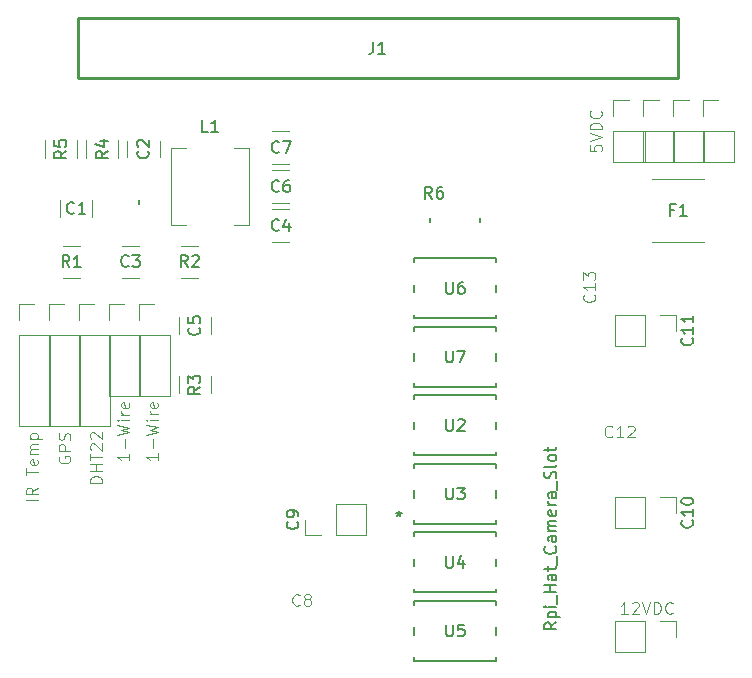
<source format=gbr>
%TF.GenerationSoftware,KiCad,Pcbnew,8.0.2*%
%TF.CreationDate,2024-06-08T15:50:05-05:00*%
%TF.ProjectId,kstars-ekos-smd,6b737461-7273-42d6-956b-6f732d736d64,rev?*%
%TF.SameCoordinates,Original*%
%TF.FileFunction,Legend,Top*%
%TF.FilePolarity,Positive*%
%FSLAX46Y46*%
G04 Gerber Fmt 4.6, Leading zero omitted, Abs format (unit mm)*
G04 Created by KiCad (PCBNEW 8.0.2) date 2024-06-08 15:50:05*
%MOMM*%
%LPD*%
G01*
G04 APERTURE LIST*
%ADD10C,0.100000*%
%ADD11C,0.150000*%
%ADD12C,0.152400*%
%ADD13C,0.120000*%
%ADD14C,0.254000*%
G04 APERTURE END LIST*
D10*
X153948819Y-113767952D02*
X153948819Y-114339380D01*
X153948819Y-114053666D02*
X152948819Y-114053666D01*
X152948819Y-114053666D02*
X153091676Y-114148904D01*
X153091676Y-114148904D02*
X153186914Y-114244142D01*
X153186914Y-114244142D02*
X153234533Y-114339380D01*
X153567866Y-113339380D02*
X153567866Y-112577476D01*
X152948819Y-112196523D02*
X153948819Y-111958428D01*
X153948819Y-111958428D02*
X153234533Y-111767952D01*
X153234533Y-111767952D02*
X153948819Y-111577476D01*
X153948819Y-111577476D02*
X152948819Y-111339381D01*
X153948819Y-110958428D02*
X153282152Y-110958428D01*
X152948819Y-110958428D02*
X152996438Y-111006047D01*
X152996438Y-111006047D02*
X153044057Y-110958428D01*
X153044057Y-110958428D02*
X152996438Y-110910809D01*
X152996438Y-110910809D02*
X152948819Y-110958428D01*
X152948819Y-110958428D02*
X153044057Y-110958428D01*
X153948819Y-110482238D02*
X153282152Y-110482238D01*
X153472628Y-110482238D02*
X153377390Y-110434619D01*
X153377390Y-110434619D02*
X153329771Y-110387000D01*
X153329771Y-110387000D02*
X153282152Y-110291762D01*
X153282152Y-110291762D02*
X153282152Y-110196524D01*
X153901200Y-109482238D02*
X153948819Y-109577476D01*
X153948819Y-109577476D02*
X153948819Y-109767952D01*
X153948819Y-109767952D02*
X153901200Y-109863190D01*
X153901200Y-109863190D02*
X153805961Y-109910809D01*
X153805961Y-109910809D02*
X153425009Y-109910809D01*
X153425009Y-109910809D02*
X153329771Y-109863190D01*
X153329771Y-109863190D02*
X153282152Y-109767952D01*
X153282152Y-109767952D02*
X153282152Y-109577476D01*
X153282152Y-109577476D02*
X153329771Y-109482238D01*
X153329771Y-109482238D02*
X153425009Y-109434619D01*
X153425009Y-109434619D02*
X153520247Y-109434619D01*
X153520247Y-109434619D02*
X153615485Y-109910809D01*
X145579638Y-114049085D02*
X145532019Y-114144323D01*
X145532019Y-114144323D02*
X145532019Y-114287180D01*
X145532019Y-114287180D02*
X145579638Y-114430037D01*
X145579638Y-114430037D02*
X145674876Y-114525275D01*
X145674876Y-114525275D02*
X145770114Y-114572894D01*
X145770114Y-114572894D02*
X145960590Y-114620513D01*
X145960590Y-114620513D02*
X146103447Y-114620513D01*
X146103447Y-114620513D02*
X146293923Y-114572894D01*
X146293923Y-114572894D02*
X146389161Y-114525275D01*
X146389161Y-114525275D02*
X146484400Y-114430037D01*
X146484400Y-114430037D02*
X146532019Y-114287180D01*
X146532019Y-114287180D02*
X146532019Y-114191942D01*
X146532019Y-114191942D02*
X146484400Y-114049085D01*
X146484400Y-114049085D02*
X146436780Y-114001466D01*
X146436780Y-114001466D02*
X146103447Y-114001466D01*
X146103447Y-114001466D02*
X146103447Y-114191942D01*
X146532019Y-113572894D02*
X145532019Y-113572894D01*
X145532019Y-113572894D02*
X145532019Y-113191942D01*
X145532019Y-113191942D02*
X145579638Y-113096704D01*
X145579638Y-113096704D02*
X145627257Y-113049085D01*
X145627257Y-113049085D02*
X145722495Y-113001466D01*
X145722495Y-113001466D02*
X145865352Y-113001466D01*
X145865352Y-113001466D02*
X145960590Y-113049085D01*
X145960590Y-113049085D02*
X146008209Y-113096704D01*
X146008209Y-113096704D02*
X146055828Y-113191942D01*
X146055828Y-113191942D02*
X146055828Y-113572894D01*
X146484400Y-112620513D02*
X146532019Y-112477656D01*
X146532019Y-112477656D02*
X146532019Y-112239561D01*
X146532019Y-112239561D02*
X146484400Y-112144323D01*
X146484400Y-112144323D02*
X146436780Y-112096704D01*
X146436780Y-112096704D02*
X146341542Y-112049085D01*
X146341542Y-112049085D02*
X146246304Y-112049085D01*
X146246304Y-112049085D02*
X146151066Y-112096704D01*
X146151066Y-112096704D02*
X146103447Y-112144323D01*
X146103447Y-112144323D02*
X146055828Y-112239561D01*
X146055828Y-112239561D02*
X146008209Y-112430037D01*
X146008209Y-112430037D02*
X145960590Y-112525275D01*
X145960590Y-112525275D02*
X145912971Y-112572894D01*
X145912971Y-112572894D02*
X145817733Y-112620513D01*
X145817733Y-112620513D02*
X145722495Y-112620513D01*
X145722495Y-112620513D02*
X145627257Y-112572894D01*
X145627257Y-112572894D02*
X145579638Y-112525275D01*
X145579638Y-112525275D02*
X145532019Y-112430037D01*
X145532019Y-112430037D02*
X145532019Y-112191942D01*
X145532019Y-112191942D02*
X145579638Y-112049085D01*
X190515419Y-87677476D02*
X190515419Y-88153666D01*
X190515419Y-88153666D02*
X190991609Y-88201285D01*
X190991609Y-88201285D02*
X190943990Y-88153666D01*
X190943990Y-88153666D02*
X190896371Y-88058428D01*
X190896371Y-88058428D02*
X190896371Y-87820333D01*
X190896371Y-87820333D02*
X190943990Y-87725095D01*
X190943990Y-87725095D02*
X190991609Y-87677476D01*
X190991609Y-87677476D02*
X191086847Y-87629857D01*
X191086847Y-87629857D02*
X191324942Y-87629857D01*
X191324942Y-87629857D02*
X191420180Y-87677476D01*
X191420180Y-87677476D02*
X191467800Y-87725095D01*
X191467800Y-87725095D02*
X191515419Y-87820333D01*
X191515419Y-87820333D02*
X191515419Y-88058428D01*
X191515419Y-88058428D02*
X191467800Y-88153666D01*
X191467800Y-88153666D02*
X191420180Y-88201285D01*
X190515419Y-87344142D02*
X191515419Y-87010809D01*
X191515419Y-87010809D02*
X190515419Y-86677476D01*
X191515419Y-86344142D02*
X190515419Y-86344142D01*
X190515419Y-86344142D02*
X190515419Y-86106047D01*
X190515419Y-86106047D02*
X190563038Y-85963190D01*
X190563038Y-85963190D02*
X190658276Y-85867952D01*
X190658276Y-85867952D02*
X190753514Y-85820333D01*
X190753514Y-85820333D02*
X190943990Y-85772714D01*
X190943990Y-85772714D02*
X191086847Y-85772714D01*
X191086847Y-85772714D02*
X191277323Y-85820333D01*
X191277323Y-85820333D02*
X191372561Y-85867952D01*
X191372561Y-85867952D02*
X191467800Y-85963190D01*
X191467800Y-85963190D02*
X191515419Y-86106047D01*
X191515419Y-86106047D02*
X191515419Y-86344142D01*
X191420180Y-84772714D02*
X191467800Y-84820333D01*
X191467800Y-84820333D02*
X191515419Y-84963190D01*
X191515419Y-84963190D02*
X191515419Y-85058428D01*
X191515419Y-85058428D02*
X191467800Y-85201285D01*
X191467800Y-85201285D02*
X191372561Y-85296523D01*
X191372561Y-85296523D02*
X191277323Y-85344142D01*
X191277323Y-85344142D02*
X191086847Y-85391761D01*
X191086847Y-85391761D02*
X190943990Y-85391761D01*
X190943990Y-85391761D02*
X190753514Y-85344142D01*
X190753514Y-85344142D02*
X190658276Y-85296523D01*
X190658276Y-85296523D02*
X190563038Y-85201285D01*
X190563038Y-85201285D02*
X190515419Y-85058428D01*
X190515419Y-85058428D02*
X190515419Y-84963190D01*
X190515419Y-84963190D02*
X190563038Y-84820333D01*
X190563038Y-84820333D02*
X190610657Y-84772714D01*
X149199019Y-116266647D02*
X148199019Y-116266647D01*
X148199019Y-116266647D02*
X148199019Y-116028552D01*
X148199019Y-116028552D02*
X148246638Y-115885695D01*
X148246638Y-115885695D02*
X148341876Y-115790457D01*
X148341876Y-115790457D02*
X148437114Y-115742838D01*
X148437114Y-115742838D02*
X148627590Y-115695219D01*
X148627590Y-115695219D02*
X148770447Y-115695219D01*
X148770447Y-115695219D02*
X148960923Y-115742838D01*
X148960923Y-115742838D02*
X149056161Y-115790457D01*
X149056161Y-115790457D02*
X149151400Y-115885695D01*
X149151400Y-115885695D02*
X149199019Y-116028552D01*
X149199019Y-116028552D02*
X149199019Y-116266647D01*
X149199019Y-115266647D02*
X148199019Y-115266647D01*
X148675209Y-115266647D02*
X148675209Y-114695219D01*
X149199019Y-114695219D02*
X148199019Y-114695219D01*
X148199019Y-114361885D02*
X148199019Y-113790457D01*
X149199019Y-114076171D02*
X148199019Y-114076171D01*
X148294257Y-113504742D02*
X148246638Y-113457123D01*
X148246638Y-113457123D02*
X148199019Y-113361885D01*
X148199019Y-113361885D02*
X148199019Y-113123790D01*
X148199019Y-113123790D02*
X148246638Y-113028552D01*
X148246638Y-113028552D02*
X148294257Y-112980933D01*
X148294257Y-112980933D02*
X148389495Y-112933314D01*
X148389495Y-112933314D02*
X148484733Y-112933314D01*
X148484733Y-112933314D02*
X148627590Y-112980933D01*
X148627590Y-112980933D02*
X149199019Y-113552361D01*
X149199019Y-113552361D02*
X149199019Y-112933314D01*
X148294257Y-112552361D02*
X148246638Y-112504742D01*
X148246638Y-112504742D02*
X148199019Y-112409504D01*
X148199019Y-112409504D02*
X148199019Y-112171409D01*
X148199019Y-112171409D02*
X148246638Y-112076171D01*
X148246638Y-112076171D02*
X148294257Y-112028552D01*
X148294257Y-112028552D02*
X148389495Y-111980933D01*
X148389495Y-111980933D02*
X148484733Y-111980933D01*
X148484733Y-111980933D02*
X148627590Y-112028552D01*
X148627590Y-112028552D02*
X149199019Y-112599980D01*
X149199019Y-112599980D02*
X149199019Y-111980933D01*
X151510419Y-113793352D02*
X151510419Y-114364780D01*
X151510419Y-114079066D02*
X150510419Y-114079066D01*
X150510419Y-114079066D02*
X150653276Y-114174304D01*
X150653276Y-114174304D02*
X150748514Y-114269542D01*
X150748514Y-114269542D02*
X150796133Y-114364780D01*
X151129466Y-113364780D02*
X151129466Y-112602876D01*
X150510419Y-112221923D02*
X151510419Y-111983828D01*
X151510419Y-111983828D02*
X150796133Y-111793352D01*
X150796133Y-111793352D02*
X151510419Y-111602876D01*
X151510419Y-111602876D02*
X150510419Y-111364781D01*
X151510419Y-110983828D02*
X150843752Y-110983828D01*
X150510419Y-110983828D02*
X150558038Y-111031447D01*
X150558038Y-111031447D02*
X150605657Y-110983828D01*
X150605657Y-110983828D02*
X150558038Y-110936209D01*
X150558038Y-110936209D02*
X150510419Y-110983828D01*
X150510419Y-110983828D02*
X150605657Y-110983828D01*
X151510419Y-110507638D02*
X150843752Y-110507638D01*
X151034228Y-110507638D02*
X150938990Y-110460019D01*
X150938990Y-110460019D02*
X150891371Y-110412400D01*
X150891371Y-110412400D02*
X150843752Y-110317162D01*
X150843752Y-110317162D02*
X150843752Y-110221924D01*
X151462800Y-109507638D02*
X151510419Y-109602876D01*
X151510419Y-109602876D02*
X151510419Y-109793352D01*
X151510419Y-109793352D02*
X151462800Y-109888590D01*
X151462800Y-109888590D02*
X151367561Y-109936209D01*
X151367561Y-109936209D02*
X150986609Y-109936209D01*
X150986609Y-109936209D02*
X150891371Y-109888590D01*
X150891371Y-109888590D02*
X150843752Y-109793352D01*
X150843752Y-109793352D02*
X150843752Y-109602876D01*
X150843752Y-109602876D02*
X150891371Y-109507638D01*
X150891371Y-109507638D02*
X150986609Y-109460019D01*
X150986609Y-109460019D02*
X151081847Y-109460019D01*
X151081847Y-109460019D02*
X151177085Y-109936209D01*
X193706952Y-127380419D02*
X193135524Y-127380419D01*
X193421238Y-127380419D02*
X193421238Y-126380419D01*
X193421238Y-126380419D02*
X193326000Y-126523276D01*
X193326000Y-126523276D02*
X193230762Y-126618514D01*
X193230762Y-126618514D02*
X193135524Y-126666133D01*
X194087905Y-126475657D02*
X194135524Y-126428038D01*
X194135524Y-126428038D02*
X194230762Y-126380419D01*
X194230762Y-126380419D02*
X194468857Y-126380419D01*
X194468857Y-126380419D02*
X194564095Y-126428038D01*
X194564095Y-126428038D02*
X194611714Y-126475657D01*
X194611714Y-126475657D02*
X194659333Y-126570895D01*
X194659333Y-126570895D02*
X194659333Y-126666133D01*
X194659333Y-126666133D02*
X194611714Y-126808990D01*
X194611714Y-126808990D02*
X194040286Y-127380419D01*
X194040286Y-127380419D02*
X194659333Y-127380419D01*
X194945048Y-126380419D02*
X195278381Y-127380419D01*
X195278381Y-127380419D02*
X195611714Y-126380419D01*
X195945048Y-127380419D02*
X195945048Y-126380419D01*
X195945048Y-126380419D02*
X196183143Y-126380419D01*
X196183143Y-126380419D02*
X196326000Y-126428038D01*
X196326000Y-126428038D02*
X196421238Y-126523276D01*
X196421238Y-126523276D02*
X196468857Y-126618514D01*
X196468857Y-126618514D02*
X196516476Y-126808990D01*
X196516476Y-126808990D02*
X196516476Y-126951847D01*
X196516476Y-126951847D02*
X196468857Y-127142323D01*
X196468857Y-127142323D02*
X196421238Y-127237561D01*
X196421238Y-127237561D02*
X196326000Y-127332800D01*
X196326000Y-127332800D02*
X196183143Y-127380419D01*
X196183143Y-127380419D02*
X195945048Y-127380419D01*
X197516476Y-127285180D02*
X197468857Y-127332800D01*
X197468857Y-127332800D02*
X197326000Y-127380419D01*
X197326000Y-127380419D02*
X197230762Y-127380419D01*
X197230762Y-127380419D02*
X197087905Y-127332800D01*
X197087905Y-127332800D02*
X196992667Y-127237561D01*
X196992667Y-127237561D02*
X196945048Y-127142323D01*
X196945048Y-127142323D02*
X196897429Y-126951847D01*
X196897429Y-126951847D02*
X196897429Y-126808990D01*
X196897429Y-126808990D02*
X196945048Y-126618514D01*
X196945048Y-126618514D02*
X196992667Y-126523276D01*
X196992667Y-126523276D02*
X197087905Y-126428038D01*
X197087905Y-126428038D02*
X197230762Y-126380419D01*
X197230762Y-126380419D02*
X197326000Y-126380419D01*
X197326000Y-126380419D02*
X197468857Y-126428038D01*
X197468857Y-126428038D02*
X197516476Y-126475657D01*
X143788819Y-117719123D02*
X142788819Y-117719123D01*
X143788819Y-116671505D02*
X143312628Y-117004838D01*
X143788819Y-117242933D02*
X142788819Y-117242933D01*
X142788819Y-117242933D02*
X142788819Y-116861981D01*
X142788819Y-116861981D02*
X142836438Y-116766743D01*
X142836438Y-116766743D02*
X142884057Y-116719124D01*
X142884057Y-116719124D02*
X142979295Y-116671505D01*
X142979295Y-116671505D02*
X143122152Y-116671505D01*
X143122152Y-116671505D02*
X143217390Y-116719124D01*
X143217390Y-116719124D02*
X143265009Y-116766743D01*
X143265009Y-116766743D02*
X143312628Y-116861981D01*
X143312628Y-116861981D02*
X143312628Y-117242933D01*
X142788819Y-115623885D02*
X142788819Y-115052457D01*
X143788819Y-115338171D02*
X142788819Y-115338171D01*
X143741200Y-114338171D02*
X143788819Y-114433409D01*
X143788819Y-114433409D02*
X143788819Y-114623885D01*
X143788819Y-114623885D02*
X143741200Y-114719123D01*
X143741200Y-114719123D02*
X143645961Y-114766742D01*
X143645961Y-114766742D02*
X143265009Y-114766742D01*
X143265009Y-114766742D02*
X143169771Y-114719123D01*
X143169771Y-114719123D02*
X143122152Y-114623885D01*
X143122152Y-114623885D02*
X143122152Y-114433409D01*
X143122152Y-114433409D02*
X143169771Y-114338171D01*
X143169771Y-114338171D02*
X143265009Y-114290552D01*
X143265009Y-114290552D02*
X143360247Y-114290552D01*
X143360247Y-114290552D02*
X143455485Y-114766742D01*
X143788819Y-113861980D02*
X143122152Y-113861980D01*
X143217390Y-113861980D02*
X143169771Y-113814361D01*
X143169771Y-113814361D02*
X143122152Y-113719123D01*
X143122152Y-113719123D02*
X143122152Y-113576266D01*
X143122152Y-113576266D02*
X143169771Y-113481028D01*
X143169771Y-113481028D02*
X143265009Y-113433409D01*
X143265009Y-113433409D02*
X143788819Y-113433409D01*
X143265009Y-113433409D02*
X143169771Y-113385790D01*
X143169771Y-113385790D02*
X143122152Y-113290552D01*
X143122152Y-113290552D02*
X143122152Y-113147695D01*
X143122152Y-113147695D02*
X143169771Y-113052456D01*
X143169771Y-113052456D02*
X143265009Y-113004837D01*
X143265009Y-113004837D02*
X143788819Y-113004837D01*
X143122152Y-112528647D02*
X144122152Y-112528647D01*
X143169771Y-112528647D02*
X143122152Y-112433409D01*
X143122152Y-112433409D02*
X143122152Y-112242933D01*
X143122152Y-112242933D02*
X143169771Y-112147695D01*
X143169771Y-112147695D02*
X143217390Y-112100076D01*
X143217390Y-112100076D02*
X143312628Y-112052457D01*
X143312628Y-112052457D02*
X143598342Y-112052457D01*
X143598342Y-112052457D02*
X143693580Y-112100076D01*
X143693580Y-112100076D02*
X143741200Y-112147695D01*
X143741200Y-112147695D02*
X143788819Y-112242933D01*
X143788819Y-112242933D02*
X143788819Y-112433409D01*
X143788819Y-112433409D02*
X143741200Y-112528647D01*
D11*
X178338095Y-110868419D02*
X178338095Y-111677942D01*
X178338095Y-111677942D02*
X178385714Y-111773180D01*
X178385714Y-111773180D02*
X178433333Y-111820800D01*
X178433333Y-111820800D02*
X178528571Y-111868419D01*
X178528571Y-111868419D02*
X178719047Y-111868419D01*
X178719047Y-111868419D02*
X178814285Y-111820800D01*
X178814285Y-111820800D02*
X178861904Y-111773180D01*
X178861904Y-111773180D02*
X178909523Y-111677942D01*
X178909523Y-111677942D02*
X178909523Y-110868419D01*
X179338095Y-110963657D02*
X179385714Y-110916038D01*
X179385714Y-110916038D02*
X179480952Y-110868419D01*
X179480952Y-110868419D02*
X179719047Y-110868419D01*
X179719047Y-110868419D02*
X179814285Y-110916038D01*
X179814285Y-110916038D02*
X179861904Y-110963657D01*
X179861904Y-110963657D02*
X179909523Y-111058895D01*
X179909523Y-111058895D02*
X179909523Y-111154133D01*
X179909523Y-111154133D02*
X179861904Y-111296990D01*
X179861904Y-111296990D02*
X179290476Y-111868419D01*
X179290476Y-111868419D02*
X179909523Y-111868419D01*
X178338095Y-116668419D02*
X178338095Y-117477942D01*
X178338095Y-117477942D02*
X178385714Y-117573180D01*
X178385714Y-117573180D02*
X178433333Y-117620800D01*
X178433333Y-117620800D02*
X178528571Y-117668419D01*
X178528571Y-117668419D02*
X178719047Y-117668419D01*
X178719047Y-117668419D02*
X178814285Y-117620800D01*
X178814285Y-117620800D02*
X178861904Y-117573180D01*
X178861904Y-117573180D02*
X178909523Y-117477942D01*
X178909523Y-117477942D02*
X178909523Y-116668419D01*
X179290476Y-116668419D02*
X179909523Y-116668419D01*
X179909523Y-116668419D02*
X179576190Y-117049371D01*
X179576190Y-117049371D02*
X179719047Y-117049371D01*
X179719047Y-117049371D02*
X179814285Y-117096990D01*
X179814285Y-117096990D02*
X179861904Y-117144609D01*
X179861904Y-117144609D02*
X179909523Y-117239847D01*
X179909523Y-117239847D02*
X179909523Y-117477942D01*
X179909523Y-117477942D02*
X179861904Y-117573180D01*
X179861904Y-117573180D02*
X179814285Y-117620800D01*
X179814285Y-117620800D02*
X179719047Y-117668419D01*
X179719047Y-117668419D02*
X179433333Y-117668419D01*
X179433333Y-117668419D02*
X179338095Y-117620800D01*
X179338095Y-117620800D02*
X179290476Y-117573180D01*
X178338095Y-128268419D02*
X178338095Y-129077942D01*
X178338095Y-129077942D02*
X178385714Y-129173180D01*
X178385714Y-129173180D02*
X178433333Y-129220800D01*
X178433333Y-129220800D02*
X178528571Y-129268419D01*
X178528571Y-129268419D02*
X178719047Y-129268419D01*
X178719047Y-129268419D02*
X178814285Y-129220800D01*
X178814285Y-129220800D02*
X178861904Y-129173180D01*
X178861904Y-129173180D02*
X178909523Y-129077942D01*
X178909523Y-129077942D02*
X178909523Y-128268419D01*
X179861904Y-128268419D02*
X179385714Y-128268419D01*
X179385714Y-128268419D02*
X179338095Y-128744609D01*
X179338095Y-128744609D02*
X179385714Y-128696990D01*
X179385714Y-128696990D02*
X179480952Y-128649371D01*
X179480952Y-128649371D02*
X179719047Y-128649371D01*
X179719047Y-128649371D02*
X179814285Y-128696990D01*
X179814285Y-128696990D02*
X179861904Y-128744609D01*
X179861904Y-128744609D02*
X179909523Y-128839847D01*
X179909523Y-128839847D02*
X179909523Y-129077942D01*
X179909523Y-129077942D02*
X179861904Y-129173180D01*
X179861904Y-129173180D02*
X179814285Y-129220800D01*
X179814285Y-129220800D02*
X179719047Y-129268419D01*
X179719047Y-129268419D02*
X179480952Y-129268419D01*
X179480952Y-129268419D02*
X179385714Y-129220800D01*
X179385714Y-129220800D02*
X179338095Y-129173180D01*
X178338095Y-99268419D02*
X178338095Y-100077942D01*
X178338095Y-100077942D02*
X178385714Y-100173180D01*
X178385714Y-100173180D02*
X178433333Y-100220800D01*
X178433333Y-100220800D02*
X178528571Y-100268419D01*
X178528571Y-100268419D02*
X178719047Y-100268419D01*
X178719047Y-100268419D02*
X178814285Y-100220800D01*
X178814285Y-100220800D02*
X178861904Y-100173180D01*
X178861904Y-100173180D02*
X178909523Y-100077942D01*
X178909523Y-100077942D02*
X178909523Y-99268419D01*
X179814285Y-99268419D02*
X179623809Y-99268419D01*
X179623809Y-99268419D02*
X179528571Y-99316038D01*
X179528571Y-99316038D02*
X179480952Y-99363657D01*
X179480952Y-99363657D02*
X179385714Y-99506514D01*
X179385714Y-99506514D02*
X179338095Y-99696990D01*
X179338095Y-99696990D02*
X179338095Y-100077942D01*
X179338095Y-100077942D02*
X179385714Y-100173180D01*
X179385714Y-100173180D02*
X179433333Y-100220800D01*
X179433333Y-100220800D02*
X179528571Y-100268419D01*
X179528571Y-100268419D02*
X179719047Y-100268419D01*
X179719047Y-100268419D02*
X179814285Y-100220800D01*
X179814285Y-100220800D02*
X179861904Y-100173180D01*
X179861904Y-100173180D02*
X179909523Y-100077942D01*
X179909523Y-100077942D02*
X179909523Y-99839847D01*
X179909523Y-99839847D02*
X179861904Y-99744609D01*
X179861904Y-99744609D02*
X179814285Y-99696990D01*
X179814285Y-99696990D02*
X179719047Y-99649371D01*
X179719047Y-99649371D02*
X179528571Y-99649371D01*
X179528571Y-99649371D02*
X179433333Y-99696990D01*
X179433333Y-99696990D02*
X179385714Y-99744609D01*
X179385714Y-99744609D02*
X179338095Y-99839847D01*
X164185333Y-94845580D02*
X164137714Y-94893200D01*
X164137714Y-94893200D02*
X163994857Y-94940819D01*
X163994857Y-94940819D02*
X163899619Y-94940819D01*
X163899619Y-94940819D02*
X163756762Y-94893200D01*
X163756762Y-94893200D02*
X163661524Y-94797961D01*
X163661524Y-94797961D02*
X163613905Y-94702723D01*
X163613905Y-94702723D02*
X163566286Y-94512247D01*
X163566286Y-94512247D02*
X163566286Y-94369390D01*
X163566286Y-94369390D02*
X163613905Y-94178914D01*
X163613905Y-94178914D02*
X163661524Y-94083676D01*
X163661524Y-94083676D02*
X163756762Y-93988438D01*
X163756762Y-93988438D02*
X163899619Y-93940819D01*
X163899619Y-93940819D02*
X163994857Y-93940819D01*
X163994857Y-93940819D02*
X164137714Y-93988438D01*
X164137714Y-93988438D02*
X164185333Y-94036057D01*
X165042476Y-94274152D02*
X165042476Y-94940819D01*
X164804381Y-93893200D02*
X164566286Y-94607485D01*
X164566286Y-94607485D02*
X165185333Y-94607485D01*
X146452813Y-98001819D02*
X146119480Y-97525628D01*
X145881385Y-98001819D02*
X145881385Y-97001819D01*
X145881385Y-97001819D02*
X146262337Y-97001819D01*
X146262337Y-97001819D02*
X146357575Y-97049438D01*
X146357575Y-97049438D02*
X146405194Y-97097057D01*
X146405194Y-97097057D02*
X146452813Y-97192295D01*
X146452813Y-97192295D02*
X146452813Y-97335152D01*
X146452813Y-97335152D02*
X146405194Y-97430390D01*
X146405194Y-97430390D02*
X146357575Y-97478009D01*
X146357575Y-97478009D02*
X146262337Y-97525628D01*
X146262337Y-97525628D02*
X145881385Y-97525628D01*
X147405194Y-98001819D02*
X146833766Y-98001819D01*
X147119480Y-98001819D02*
X147119480Y-97001819D01*
X147119480Y-97001819D02*
X147024242Y-97144676D01*
X147024242Y-97144676D02*
X146929004Y-97239914D01*
X146929004Y-97239914D02*
X146833766Y-97287533D01*
X165743580Y-119566666D02*
X165791200Y-119614285D01*
X165791200Y-119614285D02*
X165838819Y-119757142D01*
X165838819Y-119757142D02*
X165838819Y-119852380D01*
X165838819Y-119852380D02*
X165791200Y-119995237D01*
X165791200Y-119995237D02*
X165695961Y-120090475D01*
X165695961Y-120090475D02*
X165600723Y-120138094D01*
X165600723Y-120138094D02*
X165410247Y-120185713D01*
X165410247Y-120185713D02*
X165267390Y-120185713D01*
X165267390Y-120185713D02*
X165076914Y-120138094D01*
X165076914Y-120138094D02*
X164981676Y-120090475D01*
X164981676Y-120090475D02*
X164886438Y-119995237D01*
X164886438Y-119995237D02*
X164838819Y-119852380D01*
X164838819Y-119852380D02*
X164838819Y-119757142D01*
X164838819Y-119757142D02*
X164886438Y-119614285D01*
X164886438Y-119614285D02*
X164934057Y-119566666D01*
X165838819Y-119090475D02*
X165838819Y-118899999D01*
X165838819Y-118899999D02*
X165791200Y-118804761D01*
X165791200Y-118804761D02*
X165743580Y-118757142D01*
X165743580Y-118757142D02*
X165600723Y-118661904D01*
X165600723Y-118661904D02*
X165410247Y-118614285D01*
X165410247Y-118614285D02*
X165029295Y-118614285D01*
X165029295Y-118614285D02*
X164934057Y-118661904D01*
X164934057Y-118661904D02*
X164886438Y-118709523D01*
X164886438Y-118709523D02*
X164838819Y-118804761D01*
X164838819Y-118804761D02*
X164838819Y-118995237D01*
X164838819Y-118995237D02*
X164886438Y-119090475D01*
X164886438Y-119090475D02*
X164934057Y-119138094D01*
X164934057Y-119138094D02*
X165029295Y-119185713D01*
X165029295Y-119185713D02*
X165267390Y-119185713D01*
X165267390Y-119185713D02*
X165362628Y-119138094D01*
X165362628Y-119138094D02*
X165410247Y-119090475D01*
X165410247Y-119090475D02*
X165457866Y-118995237D01*
X165457866Y-118995237D02*
X165457866Y-118804761D01*
X165457866Y-118804761D02*
X165410247Y-118709523D01*
X165410247Y-118709523D02*
X165362628Y-118661904D01*
X165362628Y-118661904D02*
X165267390Y-118614285D01*
X199163580Y-104020857D02*
X199211200Y-104068476D01*
X199211200Y-104068476D02*
X199258819Y-104211333D01*
X199258819Y-104211333D02*
X199258819Y-104306571D01*
X199258819Y-104306571D02*
X199211200Y-104449428D01*
X199211200Y-104449428D02*
X199115961Y-104544666D01*
X199115961Y-104544666D02*
X199020723Y-104592285D01*
X199020723Y-104592285D02*
X198830247Y-104639904D01*
X198830247Y-104639904D02*
X198687390Y-104639904D01*
X198687390Y-104639904D02*
X198496914Y-104592285D01*
X198496914Y-104592285D02*
X198401676Y-104544666D01*
X198401676Y-104544666D02*
X198306438Y-104449428D01*
X198306438Y-104449428D02*
X198258819Y-104306571D01*
X198258819Y-104306571D02*
X198258819Y-104211333D01*
X198258819Y-104211333D02*
X198306438Y-104068476D01*
X198306438Y-104068476D02*
X198354057Y-104020857D01*
X199258819Y-103068476D02*
X199258819Y-103639904D01*
X199258819Y-103354190D02*
X198258819Y-103354190D01*
X198258819Y-103354190D02*
X198401676Y-103449428D01*
X198401676Y-103449428D02*
X198496914Y-103544666D01*
X198496914Y-103544666D02*
X198544533Y-103639904D01*
X199258819Y-102116095D02*
X199258819Y-102687523D01*
X199258819Y-102401809D02*
X198258819Y-102401809D01*
X198258819Y-102401809D02*
X198401676Y-102497047D01*
X198401676Y-102497047D02*
X198496914Y-102592285D01*
X198496914Y-102592285D02*
X198544533Y-102687523D01*
X158185333Y-86560819D02*
X157709143Y-86560819D01*
X157709143Y-86560819D02*
X157709143Y-85560819D01*
X159042476Y-86560819D02*
X158471048Y-86560819D01*
X158756762Y-86560819D02*
X158756762Y-85560819D01*
X158756762Y-85560819D02*
X158661524Y-85703676D01*
X158661524Y-85703676D02*
X158566286Y-85798914D01*
X158566286Y-85798914D02*
X158471048Y-85846533D01*
X199163580Y-119442857D02*
X199211200Y-119490476D01*
X199211200Y-119490476D02*
X199258819Y-119633333D01*
X199258819Y-119633333D02*
X199258819Y-119728571D01*
X199258819Y-119728571D02*
X199211200Y-119871428D01*
X199211200Y-119871428D02*
X199115961Y-119966666D01*
X199115961Y-119966666D02*
X199020723Y-120014285D01*
X199020723Y-120014285D02*
X198830247Y-120061904D01*
X198830247Y-120061904D02*
X198687390Y-120061904D01*
X198687390Y-120061904D02*
X198496914Y-120014285D01*
X198496914Y-120014285D02*
X198401676Y-119966666D01*
X198401676Y-119966666D02*
X198306438Y-119871428D01*
X198306438Y-119871428D02*
X198258819Y-119728571D01*
X198258819Y-119728571D02*
X198258819Y-119633333D01*
X198258819Y-119633333D02*
X198306438Y-119490476D01*
X198306438Y-119490476D02*
X198354057Y-119442857D01*
X199258819Y-118490476D02*
X199258819Y-119061904D01*
X199258819Y-118776190D02*
X198258819Y-118776190D01*
X198258819Y-118776190D02*
X198401676Y-118871428D01*
X198401676Y-118871428D02*
X198496914Y-118966666D01*
X198496914Y-118966666D02*
X198544533Y-119061904D01*
X198258819Y-117871428D02*
X198258819Y-117776190D01*
X198258819Y-117776190D02*
X198306438Y-117680952D01*
X198306438Y-117680952D02*
X198354057Y-117633333D01*
X198354057Y-117633333D02*
X198449295Y-117585714D01*
X198449295Y-117585714D02*
X198639771Y-117538095D01*
X198639771Y-117538095D02*
X198877866Y-117538095D01*
X198877866Y-117538095D02*
X199068342Y-117585714D01*
X199068342Y-117585714D02*
X199163580Y-117633333D01*
X199163580Y-117633333D02*
X199211200Y-117680952D01*
X199211200Y-117680952D02*
X199258819Y-117776190D01*
X199258819Y-117776190D02*
X199258819Y-117871428D01*
X199258819Y-117871428D02*
X199211200Y-117966666D01*
X199211200Y-117966666D02*
X199163580Y-118014285D01*
X199163580Y-118014285D02*
X199068342Y-118061904D01*
X199068342Y-118061904D02*
X198877866Y-118109523D01*
X198877866Y-118109523D02*
X198639771Y-118109523D01*
X198639771Y-118109523D02*
X198449295Y-118061904D01*
X198449295Y-118061904D02*
X198354057Y-118014285D01*
X198354057Y-118014285D02*
X198306438Y-117966666D01*
X198306438Y-117966666D02*
X198258819Y-117871428D01*
X164185333Y-91545580D02*
X164137714Y-91593200D01*
X164137714Y-91593200D02*
X163994857Y-91640819D01*
X163994857Y-91640819D02*
X163899619Y-91640819D01*
X163899619Y-91640819D02*
X163756762Y-91593200D01*
X163756762Y-91593200D02*
X163661524Y-91497961D01*
X163661524Y-91497961D02*
X163613905Y-91402723D01*
X163613905Y-91402723D02*
X163566286Y-91212247D01*
X163566286Y-91212247D02*
X163566286Y-91069390D01*
X163566286Y-91069390D02*
X163613905Y-90878914D01*
X163613905Y-90878914D02*
X163661524Y-90783676D01*
X163661524Y-90783676D02*
X163756762Y-90688438D01*
X163756762Y-90688438D02*
X163899619Y-90640819D01*
X163899619Y-90640819D02*
X163994857Y-90640819D01*
X163994857Y-90640819D02*
X164137714Y-90688438D01*
X164137714Y-90688438D02*
X164185333Y-90736057D01*
X165042476Y-90640819D02*
X164852000Y-90640819D01*
X164852000Y-90640819D02*
X164756762Y-90688438D01*
X164756762Y-90688438D02*
X164709143Y-90736057D01*
X164709143Y-90736057D02*
X164613905Y-90878914D01*
X164613905Y-90878914D02*
X164566286Y-91069390D01*
X164566286Y-91069390D02*
X164566286Y-91450342D01*
X164566286Y-91450342D02*
X164613905Y-91545580D01*
X164613905Y-91545580D02*
X164661524Y-91593200D01*
X164661524Y-91593200D02*
X164756762Y-91640819D01*
X164756762Y-91640819D02*
X164947238Y-91640819D01*
X164947238Y-91640819D02*
X165042476Y-91593200D01*
X165042476Y-91593200D02*
X165090095Y-91545580D01*
X165090095Y-91545580D02*
X165137714Y-91450342D01*
X165137714Y-91450342D02*
X165137714Y-91212247D01*
X165137714Y-91212247D02*
X165090095Y-91117009D01*
X165090095Y-91117009D02*
X165042476Y-91069390D01*
X165042476Y-91069390D02*
X164947238Y-91021771D01*
X164947238Y-91021771D02*
X164756762Y-91021771D01*
X164756762Y-91021771D02*
X164661524Y-91069390D01*
X164661524Y-91069390D02*
X164613905Y-91117009D01*
X164613905Y-91117009D02*
X164566286Y-91212247D01*
X153085580Y-88178466D02*
X153133200Y-88226085D01*
X153133200Y-88226085D02*
X153180819Y-88368942D01*
X153180819Y-88368942D02*
X153180819Y-88464180D01*
X153180819Y-88464180D02*
X153133200Y-88607037D01*
X153133200Y-88607037D02*
X153037961Y-88702275D01*
X153037961Y-88702275D02*
X152942723Y-88749894D01*
X152942723Y-88749894D02*
X152752247Y-88797513D01*
X152752247Y-88797513D02*
X152609390Y-88797513D01*
X152609390Y-88797513D02*
X152418914Y-88749894D01*
X152418914Y-88749894D02*
X152323676Y-88702275D01*
X152323676Y-88702275D02*
X152228438Y-88607037D01*
X152228438Y-88607037D02*
X152180819Y-88464180D01*
X152180819Y-88464180D02*
X152180819Y-88368942D01*
X152180819Y-88368942D02*
X152228438Y-88226085D01*
X152228438Y-88226085D02*
X152276057Y-88178466D01*
X152276057Y-87797513D02*
X152228438Y-87749894D01*
X152228438Y-87749894D02*
X152180819Y-87654656D01*
X152180819Y-87654656D02*
X152180819Y-87416561D01*
X152180819Y-87416561D02*
X152228438Y-87321323D01*
X152228438Y-87321323D02*
X152276057Y-87273704D01*
X152276057Y-87273704D02*
X152371295Y-87226085D01*
X152371295Y-87226085D02*
X152466533Y-87226085D01*
X152466533Y-87226085D02*
X152609390Y-87273704D01*
X152609390Y-87273704D02*
X153180819Y-87845132D01*
X153180819Y-87845132D02*
X153180819Y-87226085D01*
D10*
X192397142Y-112325380D02*
X192349523Y-112373000D01*
X192349523Y-112373000D02*
X192206666Y-112420619D01*
X192206666Y-112420619D02*
X192111428Y-112420619D01*
X192111428Y-112420619D02*
X191968571Y-112373000D01*
X191968571Y-112373000D02*
X191873333Y-112277761D01*
X191873333Y-112277761D02*
X191825714Y-112182523D01*
X191825714Y-112182523D02*
X191778095Y-111992047D01*
X191778095Y-111992047D02*
X191778095Y-111849190D01*
X191778095Y-111849190D02*
X191825714Y-111658714D01*
X191825714Y-111658714D02*
X191873333Y-111563476D01*
X191873333Y-111563476D02*
X191968571Y-111468238D01*
X191968571Y-111468238D02*
X192111428Y-111420619D01*
X192111428Y-111420619D02*
X192206666Y-111420619D01*
X192206666Y-111420619D02*
X192349523Y-111468238D01*
X192349523Y-111468238D02*
X192397142Y-111515857D01*
X193349523Y-112420619D02*
X192778095Y-112420619D01*
X193063809Y-112420619D02*
X193063809Y-111420619D01*
X193063809Y-111420619D02*
X192968571Y-111563476D01*
X192968571Y-111563476D02*
X192873333Y-111658714D01*
X192873333Y-111658714D02*
X192778095Y-111706333D01*
X193730476Y-111515857D02*
X193778095Y-111468238D01*
X193778095Y-111468238D02*
X193873333Y-111420619D01*
X193873333Y-111420619D02*
X194111428Y-111420619D01*
X194111428Y-111420619D02*
X194206666Y-111468238D01*
X194206666Y-111468238D02*
X194254285Y-111515857D01*
X194254285Y-111515857D02*
X194301904Y-111611095D01*
X194301904Y-111611095D02*
X194301904Y-111706333D01*
X194301904Y-111706333D02*
X194254285Y-111849190D01*
X194254285Y-111849190D02*
X193682857Y-112420619D01*
X193682857Y-112420619D02*
X194301904Y-112420619D01*
D11*
X172166666Y-78954819D02*
X172166666Y-79669104D01*
X172166666Y-79669104D02*
X172119047Y-79811961D01*
X172119047Y-79811961D02*
X172023809Y-79907200D01*
X172023809Y-79907200D02*
X171880952Y-79954819D01*
X171880952Y-79954819D02*
X171785714Y-79954819D01*
X173166666Y-79954819D02*
X172595238Y-79954819D01*
X172880952Y-79954819D02*
X172880952Y-78954819D01*
X172880952Y-78954819D02*
X172785714Y-79097676D01*
X172785714Y-79097676D02*
X172690476Y-79192914D01*
X172690476Y-79192914D02*
X172595238Y-79240533D01*
X177150733Y-92199619D02*
X176817400Y-91723428D01*
X176579305Y-92199619D02*
X176579305Y-91199619D01*
X176579305Y-91199619D02*
X176960257Y-91199619D01*
X176960257Y-91199619D02*
X177055495Y-91247238D01*
X177055495Y-91247238D02*
X177103114Y-91294857D01*
X177103114Y-91294857D02*
X177150733Y-91390095D01*
X177150733Y-91390095D02*
X177150733Y-91532952D01*
X177150733Y-91532952D02*
X177103114Y-91628190D01*
X177103114Y-91628190D02*
X177055495Y-91675809D01*
X177055495Y-91675809D02*
X176960257Y-91723428D01*
X176960257Y-91723428D02*
X176579305Y-91723428D01*
X178007876Y-91199619D02*
X177817400Y-91199619D01*
X177817400Y-91199619D02*
X177722162Y-91247238D01*
X177722162Y-91247238D02*
X177674543Y-91294857D01*
X177674543Y-91294857D02*
X177579305Y-91437714D01*
X177579305Y-91437714D02*
X177531686Y-91628190D01*
X177531686Y-91628190D02*
X177531686Y-92009142D01*
X177531686Y-92009142D02*
X177579305Y-92104380D01*
X177579305Y-92104380D02*
X177626924Y-92152000D01*
X177626924Y-92152000D02*
X177722162Y-92199619D01*
X177722162Y-92199619D02*
X177912638Y-92199619D01*
X177912638Y-92199619D02*
X178007876Y-92152000D01*
X178007876Y-92152000D02*
X178055495Y-92104380D01*
X178055495Y-92104380D02*
X178103114Y-92009142D01*
X178103114Y-92009142D02*
X178103114Y-91771047D01*
X178103114Y-91771047D02*
X178055495Y-91675809D01*
X178055495Y-91675809D02*
X178007876Y-91628190D01*
X178007876Y-91628190D02*
X177912638Y-91580571D01*
X177912638Y-91580571D02*
X177722162Y-91580571D01*
X177722162Y-91580571D02*
X177626924Y-91628190D01*
X177626924Y-91628190D02*
X177579305Y-91675809D01*
X177579305Y-91675809D02*
X177531686Y-91771047D01*
D10*
X190862180Y-100342857D02*
X190909800Y-100390476D01*
X190909800Y-100390476D02*
X190957419Y-100533333D01*
X190957419Y-100533333D02*
X190957419Y-100628571D01*
X190957419Y-100628571D02*
X190909800Y-100771428D01*
X190909800Y-100771428D02*
X190814561Y-100866666D01*
X190814561Y-100866666D02*
X190719323Y-100914285D01*
X190719323Y-100914285D02*
X190528847Y-100961904D01*
X190528847Y-100961904D02*
X190385990Y-100961904D01*
X190385990Y-100961904D02*
X190195514Y-100914285D01*
X190195514Y-100914285D02*
X190100276Y-100866666D01*
X190100276Y-100866666D02*
X190005038Y-100771428D01*
X190005038Y-100771428D02*
X189957419Y-100628571D01*
X189957419Y-100628571D02*
X189957419Y-100533333D01*
X189957419Y-100533333D02*
X190005038Y-100390476D01*
X190005038Y-100390476D02*
X190052657Y-100342857D01*
X190957419Y-99390476D02*
X190957419Y-99961904D01*
X190957419Y-99676190D02*
X189957419Y-99676190D01*
X189957419Y-99676190D02*
X190100276Y-99771428D01*
X190100276Y-99771428D02*
X190195514Y-99866666D01*
X190195514Y-99866666D02*
X190243133Y-99961904D01*
X189957419Y-99057142D02*
X189957419Y-98438095D01*
X189957419Y-98438095D02*
X190338371Y-98771428D01*
X190338371Y-98771428D02*
X190338371Y-98628571D01*
X190338371Y-98628571D02*
X190385990Y-98533333D01*
X190385990Y-98533333D02*
X190433609Y-98485714D01*
X190433609Y-98485714D02*
X190528847Y-98438095D01*
X190528847Y-98438095D02*
X190766942Y-98438095D01*
X190766942Y-98438095D02*
X190862180Y-98485714D01*
X190862180Y-98485714D02*
X190909800Y-98533333D01*
X190909800Y-98533333D02*
X190957419Y-98628571D01*
X190957419Y-98628571D02*
X190957419Y-98914285D01*
X190957419Y-98914285D02*
X190909800Y-99009523D01*
X190909800Y-99009523D02*
X190862180Y-99057142D01*
D11*
X157419580Y-103140666D02*
X157467200Y-103188285D01*
X157467200Y-103188285D02*
X157514819Y-103331142D01*
X157514819Y-103331142D02*
X157514819Y-103426380D01*
X157514819Y-103426380D02*
X157467200Y-103569237D01*
X157467200Y-103569237D02*
X157371961Y-103664475D01*
X157371961Y-103664475D02*
X157276723Y-103712094D01*
X157276723Y-103712094D02*
X157086247Y-103759713D01*
X157086247Y-103759713D02*
X156943390Y-103759713D01*
X156943390Y-103759713D02*
X156752914Y-103712094D01*
X156752914Y-103712094D02*
X156657676Y-103664475D01*
X156657676Y-103664475D02*
X156562438Y-103569237D01*
X156562438Y-103569237D02*
X156514819Y-103426380D01*
X156514819Y-103426380D02*
X156514819Y-103331142D01*
X156514819Y-103331142D02*
X156562438Y-103188285D01*
X156562438Y-103188285D02*
X156610057Y-103140666D01*
X156514819Y-102235904D02*
X156514819Y-102712094D01*
X156514819Y-102712094D02*
X156991009Y-102759713D01*
X156991009Y-102759713D02*
X156943390Y-102712094D01*
X156943390Y-102712094D02*
X156895771Y-102616856D01*
X156895771Y-102616856D02*
X156895771Y-102378761D01*
X156895771Y-102378761D02*
X156943390Y-102283523D01*
X156943390Y-102283523D02*
X156991009Y-102235904D01*
X156991009Y-102235904D02*
X157086247Y-102188285D01*
X157086247Y-102188285D02*
X157324342Y-102188285D01*
X157324342Y-102188285D02*
X157419580Y-102235904D01*
X157419580Y-102235904D02*
X157467200Y-102283523D01*
X157467200Y-102283523D02*
X157514819Y-102378761D01*
X157514819Y-102378761D02*
X157514819Y-102616856D01*
X157514819Y-102616856D02*
X157467200Y-102712094D01*
X157467200Y-102712094D02*
X157419580Y-102759713D01*
X149680819Y-88178466D02*
X149204628Y-88511799D01*
X149680819Y-88749894D02*
X148680819Y-88749894D01*
X148680819Y-88749894D02*
X148680819Y-88368942D01*
X148680819Y-88368942D02*
X148728438Y-88273704D01*
X148728438Y-88273704D02*
X148776057Y-88226085D01*
X148776057Y-88226085D02*
X148871295Y-88178466D01*
X148871295Y-88178466D02*
X149014152Y-88178466D01*
X149014152Y-88178466D02*
X149109390Y-88226085D01*
X149109390Y-88226085D02*
X149157009Y-88273704D01*
X149157009Y-88273704D02*
X149204628Y-88368942D01*
X149204628Y-88368942D02*
X149204628Y-88749894D01*
X149014152Y-87321323D02*
X149680819Y-87321323D01*
X148633200Y-87559418D02*
X149347485Y-87797513D01*
X149347485Y-87797513D02*
X149347485Y-87178466D01*
X151452813Y-97906580D02*
X151405194Y-97954200D01*
X151405194Y-97954200D02*
X151262337Y-98001819D01*
X151262337Y-98001819D02*
X151167099Y-98001819D01*
X151167099Y-98001819D02*
X151024242Y-97954200D01*
X151024242Y-97954200D02*
X150929004Y-97858961D01*
X150929004Y-97858961D02*
X150881385Y-97763723D01*
X150881385Y-97763723D02*
X150833766Y-97573247D01*
X150833766Y-97573247D02*
X150833766Y-97430390D01*
X150833766Y-97430390D02*
X150881385Y-97239914D01*
X150881385Y-97239914D02*
X150929004Y-97144676D01*
X150929004Y-97144676D02*
X151024242Y-97049438D01*
X151024242Y-97049438D02*
X151167099Y-97001819D01*
X151167099Y-97001819D02*
X151262337Y-97001819D01*
X151262337Y-97001819D02*
X151405194Y-97049438D01*
X151405194Y-97049438D02*
X151452813Y-97097057D01*
X151786147Y-97001819D02*
X152405194Y-97001819D01*
X152405194Y-97001819D02*
X152071861Y-97382771D01*
X152071861Y-97382771D02*
X152214718Y-97382771D01*
X152214718Y-97382771D02*
X152309956Y-97430390D01*
X152309956Y-97430390D02*
X152357575Y-97478009D01*
X152357575Y-97478009D02*
X152405194Y-97573247D01*
X152405194Y-97573247D02*
X152405194Y-97811342D01*
X152405194Y-97811342D02*
X152357575Y-97906580D01*
X152357575Y-97906580D02*
X152309956Y-97954200D01*
X152309956Y-97954200D02*
X152214718Y-98001819D01*
X152214718Y-98001819D02*
X151929004Y-98001819D01*
X151929004Y-98001819D02*
X151833766Y-97954200D01*
X151833766Y-97954200D02*
X151786147Y-97906580D01*
X146840333Y-93406580D02*
X146792714Y-93454200D01*
X146792714Y-93454200D02*
X146649857Y-93501819D01*
X146649857Y-93501819D02*
X146554619Y-93501819D01*
X146554619Y-93501819D02*
X146411762Y-93454200D01*
X146411762Y-93454200D02*
X146316524Y-93358961D01*
X146316524Y-93358961D02*
X146268905Y-93263723D01*
X146268905Y-93263723D02*
X146221286Y-93073247D01*
X146221286Y-93073247D02*
X146221286Y-92930390D01*
X146221286Y-92930390D02*
X146268905Y-92739914D01*
X146268905Y-92739914D02*
X146316524Y-92644676D01*
X146316524Y-92644676D02*
X146411762Y-92549438D01*
X146411762Y-92549438D02*
X146554619Y-92501819D01*
X146554619Y-92501819D02*
X146649857Y-92501819D01*
X146649857Y-92501819D02*
X146792714Y-92549438D01*
X146792714Y-92549438D02*
X146840333Y-92597057D01*
X147792714Y-93501819D02*
X147221286Y-93501819D01*
X147507000Y-93501819D02*
X147507000Y-92501819D01*
X147507000Y-92501819D02*
X147411762Y-92644676D01*
X147411762Y-92644676D02*
X147316524Y-92739914D01*
X147316524Y-92739914D02*
X147221286Y-92787533D01*
X157514819Y-108140666D02*
X157038628Y-108473999D01*
X157514819Y-108712094D02*
X156514819Y-108712094D01*
X156514819Y-108712094D02*
X156514819Y-108331142D01*
X156514819Y-108331142D02*
X156562438Y-108235904D01*
X156562438Y-108235904D02*
X156610057Y-108188285D01*
X156610057Y-108188285D02*
X156705295Y-108140666D01*
X156705295Y-108140666D02*
X156848152Y-108140666D01*
X156848152Y-108140666D02*
X156943390Y-108188285D01*
X156943390Y-108188285D02*
X156991009Y-108235904D01*
X156991009Y-108235904D02*
X157038628Y-108331142D01*
X157038628Y-108331142D02*
X157038628Y-108712094D01*
X156514819Y-107807332D02*
X156514819Y-107188285D01*
X156514819Y-107188285D02*
X156895771Y-107521618D01*
X156895771Y-107521618D02*
X156895771Y-107378761D01*
X156895771Y-107378761D02*
X156943390Y-107283523D01*
X156943390Y-107283523D02*
X156991009Y-107235904D01*
X156991009Y-107235904D02*
X157086247Y-107188285D01*
X157086247Y-107188285D02*
X157324342Y-107188285D01*
X157324342Y-107188285D02*
X157419580Y-107235904D01*
X157419580Y-107235904D02*
X157467200Y-107283523D01*
X157467200Y-107283523D02*
X157514819Y-107378761D01*
X157514819Y-107378761D02*
X157514819Y-107664475D01*
X157514819Y-107664475D02*
X157467200Y-107759713D01*
X157467200Y-107759713D02*
X157419580Y-107807332D01*
X156452813Y-98001819D02*
X156119480Y-97525628D01*
X155881385Y-98001819D02*
X155881385Y-97001819D01*
X155881385Y-97001819D02*
X156262337Y-97001819D01*
X156262337Y-97001819D02*
X156357575Y-97049438D01*
X156357575Y-97049438D02*
X156405194Y-97097057D01*
X156405194Y-97097057D02*
X156452813Y-97192295D01*
X156452813Y-97192295D02*
X156452813Y-97335152D01*
X156452813Y-97335152D02*
X156405194Y-97430390D01*
X156405194Y-97430390D02*
X156357575Y-97478009D01*
X156357575Y-97478009D02*
X156262337Y-97525628D01*
X156262337Y-97525628D02*
X155881385Y-97525628D01*
X156833766Y-97097057D02*
X156881385Y-97049438D01*
X156881385Y-97049438D02*
X156976623Y-97001819D01*
X156976623Y-97001819D02*
X157214718Y-97001819D01*
X157214718Y-97001819D02*
X157309956Y-97049438D01*
X157309956Y-97049438D02*
X157357575Y-97097057D01*
X157357575Y-97097057D02*
X157405194Y-97192295D01*
X157405194Y-97192295D02*
X157405194Y-97287533D01*
X157405194Y-97287533D02*
X157357575Y-97430390D01*
X157357575Y-97430390D02*
X156786147Y-98001819D01*
X156786147Y-98001819D02*
X157405194Y-98001819D01*
X197666666Y-93149009D02*
X197333333Y-93149009D01*
X197333333Y-93672819D02*
X197333333Y-92672819D01*
X197333333Y-92672819D02*
X197809523Y-92672819D01*
X198714285Y-93672819D02*
X198142857Y-93672819D01*
X198428571Y-93672819D02*
X198428571Y-92672819D01*
X198428571Y-92672819D02*
X198333333Y-92815676D01*
X198333333Y-92815676D02*
X198238095Y-92910914D01*
X198238095Y-92910914D02*
X198142857Y-92958533D01*
X164185333Y-88245580D02*
X164137714Y-88293200D01*
X164137714Y-88293200D02*
X163994857Y-88340819D01*
X163994857Y-88340819D02*
X163899619Y-88340819D01*
X163899619Y-88340819D02*
X163756762Y-88293200D01*
X163756762Y-88293200D02*
X163661524Y-88197961D01*
X163661524Y-88197961D02*
X163613905Y-88102723D01*
X163613905Y-88102723D02*
X163566286Y-87912247D01*
X163566286Y-87912247D02*
X163566286Y-87769390D01*
X163566286Y-87769390D02*
X163613905Y-87578914D01*
X163613905Y-87578914D02*
X163661524Y-87483676D01*
X163661524Y-87483676D02*
X163756762Y-87388438D01*
X163756762Y-87388438D02*
X163899619Y-87340819D01*
X163899619Y-87340819D02*
X163994857Y-87340819D01*
X163994857Y-87340819D02*
X164137714Y-87388438D01*
X164137714Y-87388438D02*
X164185333Y-87436057D01*
X164518667Y-87340819D02*
X165185333Y-87340819D01*
X165185333Y-87340819D02*
X164756762Y-88340819D01*
X178338095Y-122468419D02*
X178338095Y-123277942D01*
X178338095Y-123277942D02*
X178385714Y-123373180D01*
X178385714Y-123373180D02*
X178433333Y-123420800D01*
X178433333Y-123420800D02*
X178528571Y-123468419D01*
X178528571Y-123468419D02*
X178719047Y-123468419D01*
X178719047Y-123468419D02*
X178814285Y-123420800D01*
X178814285Y-123420800D02*
X178861904Y-123373180D01*
X178861904Y-123373180D02*
X178909523Y-123277942D01*
X178909523Y-123277942D02*
X178909523Y-122468419D01*
X179814285Y-122801752D02*
X179814285Y-123468419D01*
X179576190Y-122420800D02*
X179338095Y-123135085D01*
X179338095Y-123135085D02*
X179957142Y-123135085D01*
X174337500Y-118658419D02*
X174337500Y-118896514D01*
X174099405Y-118801276D02*
X174337500Y-118896514D01*
X174337500Y-118896514D02*
X174575595Y-118801276D01*
X174194643Y-119086990D02*
X174337500Y-118896514D01*
X174337500Y-118896514D02*
X174480357Y-119086990D01*
X174337500Y-118658419D02*
X174337500Y-118896514D01*
X174099405Y-118801276D02*
X174337500Y-118896514D01*
X174337500Y-118896514D02*
X174575595Y-118801276D01*
X174194643Y-119086990D02*
X174337500Y-118896514D01*
X174337500Y-118896514D02*
X174480357Y-119086990D01*
X178338095Y-105068419D02*
X178338095Y-105877942D01*
X178338095Y-105877942D02*
X178385714Y-105973180D01*
X178385714Y-105973180D02*
X178433333Y-106020800D01*
X178433333Y-106020800D02*
X178528571Y-106068419D01*
X178528571Y-106068419D02*
X178719047Y-106068419D01*
X178719047Y-106068419D02*
X178814285Y-106020800D01*
X178814285Y-106020800D02*
X178861904Y-105973180D01*
X178861904Y-105973180D02*
X178909523Y-105877942D01*
X178909523Y-105877942D02*
X178909523Y-105068419D01*
X179290476Y-105068419D02*
X179957142Y-105068419D01*
X179957142Y-105068419D02*
X179528571Y-106068419D01*
D10*
X165949333Y-126600180D02*
X165901714Y-126647800D01*
X165901714Y-126647800D02*
X165758857Y-126695419D01*
X165758857Y-126695419D02*
X165663619Y-126695419D01*
X165663619Y-126695419D02*
X165520762Y-126647800D01*
X165520762Y-126647800D02*
X165425524Y-126552561D01*
X165425524Y-126552561D02*
X165377905Y-126457323D01*
X165377905Y-126457323D02*
X165330286Y-126266847D01*
X165330286Y-126266847D02*
X165330286Y-126123990D01*
X165330286Y-126123990D02*
X165377905Y-125933514D01*
X165377905Y-125933514D02*
X165425524Y-125838276D01*
X165425524Y-125838276D02*
X165520762Y-125743038D01*
X165520762Y-125743038D02*
X165663619Y-125695419D01*
X165663619Y-125695419D02*
X165758857Y-125695419D01*
X165758857Y-125695419D02*
X165901714Y-125743038D01*
X165901714Y-125743038D02*
X165949333Y-125790657D01*
X166520762Y-126123990D02*
X166425524Y-126076371D01*
X166425524Y-126076371D02*
X166377905Y-126028752D01*
X166377905Y-126028752D02*
X166330286Y-125933514D01*
X166330286Y-125933514D02*
X166330286Y-125885895D01*
X166330286Y-125885895D02*
X166377905Y-125790657D01*
X166377905Y-125790657D02*
X166425524Y-125743038D01*
X166425524Y-125743038D02*
X166520762Y-125695419D01*
X166520762Y-125695419D02*
X166711238Y-125695419D01*
X166711238Y-125695419D02*
X166806476Y-125743038D01*
X166806476Y-125743038D02*
X166854095Y-125790657D01*
X166854095Y-125790657D02*
X166901714Y-125885895D01*
X166901714Y-125885895D02*
X166901714Y-125933514D01*
X166901714Y-125933514D02*
X166854095Y-126028752D01*
X166854095Y-126028752D02*
X166806476Y-126076371D01*
X166806476Y-126076371D02*
X166711238Y-126123990D01*
X166711238Y-126123990D02*
X166520762Y-126123990D01*
X166520762Y-126123990D02*
X166425524Y-126171609D01*
X166425524Y-126171609D02*
X166377905Y-126219228D01*
X166377905Y-126219228D02*
X166330286Y-126314466D01*
X166330286Y-126314466D02*
X166330286Y-126504942D01*
X166330286Y-126504942D02*
X166377905Y-126600180D01*
X166377905Y-126600180D02*
X166425524Y-126647800D01*
X166425524Y-126647800D02*
X166520762Y-126695419D01*
X166520762Y-126695419D02*
X166711238Y-126695419D01*
X166711238Y-126695419D02*
X166806476Y-126647800D01*
X166806476Y-126647800D02*
X166854095Y-126600180D01*
X166854095Y-126600180D02*
X166901714Y-126504942D01*
X166901714Y-126504942D02*
X166901714Y-126314466D01*
X166901714Y-126314466D02*
X166854095Y-126219228D01*
X166854095Y-126219228D02*
X166806476Y-126171609D01*
X166806476Y-126171609D02*
X166711238Y-126123990D01*
D11*
X146180819Y-88178466D02*
X145704628Y-88511799D01*
X146180819Y-88749894D02*
X145180819Y-88749894D01*
X145180819Y-88749894D02*
X145180819Y-88368942D01*
X145180819Y-88368942D02*
X145228438Y-88273704D01*
X145228438Y-88273704D02*
X145276057Y-88226085D01*
X145276057Y-88226085D02*
X145371295Y-88178466D01*
X145371295Y-88178466D02*
X145514152Y-88178466D01*
X145514152Y-88178466D02*
X145609390Y-88226085D01*
X145609390Y-88226085D02*
X145657009Y-88273704D01*
X145657009Y-88273704D02*
X145704628Y-88368942D01*
X145704628Y-88368942D02*
X145704628Y-88749894D01*
X145180819Y-87273704D02*
X145180819Y-87749894D01*
X145180819Y-87749894D02*
X145657009Y-87797513D01*
X145657009Y-87797513D02*
X145609390Y-87749894D01*
X145609390Y-87749894D02*
X145561771Y-87654656D01*
X145561771Y-87654656D02*
X145561771Y-87416561D01*
X145561771Y-87416561D02*
X145609390Y-87321323D01*
X145609390Y-87321323D02*
X145657009Y-87273704D01*
X145657009Y-87273704D02*
X145752247Y-87226085D01*
X145752247Y-87226085D02*
X145990342Y-87226085D01*
X145990342Y-87226085D02*
X146085580Y-87273704D01*
X146085580Y-87273704D02*
X146133200Y-87321323D01*
X146133200Y-87321323D02*
X146180819Y-87416561D01*
X146180819Y-87416561D02*
X146180819Y-87654656D01*
X146180819Y-87654656D02*
X146133200Y-87749894D01*
X146133200Y-87749894D02*
X146085580Y-87797513D01*
X187667819Y-128090111D02*
X187191628Y-128423444D01*
X187667819Y-128661539D02*
X186667819Y-128661539D01*
X186667819Y-128661539D02*
X186667819Y-128280587D01*
X186667819Y-128280587D02*
X186715438Y-128185349D01*
X186715438Y-128185349D02*
X186763057Y-128137730D01*
X186763057Y-128137730D02*
X186858295Y-128090111D01*
X186858295Y-128090111D02*
X187001152Y-128090111D01*
X187001152Y-128090111D02*
X187096390Y-128137730D01*
X187096390Y-128137730D02*
X187144009Y-128185349D01*
X187144009Y-128185349D02*
X187191628Y-128280587D01*
X187191628Y-128280587D02*
X187191628Y-128661539D01*
X187001152Y-127661539D02*
X188001152Y-127661539D01*
X187048771Y-127661539D02*
X187001152Y-127566301D01*
X187001152Y-127566301D02*
X187001152Y-127375825D01*
X187001152Y-127375825D02*
X187048771Y-127280587D01*
X187048771Y-127280587D02*
X187096390Y-127232968D01*
X187096390Y-127232968D02*
X187191628Y-127185349D01*
X187191628Y-127185349D02*
X187477342Y-127185349D01*
X187477342Y-127185349D02*
X187572580Y-127232968D01*
X187572580Y-127232968D02*
X187620200Y-127280587D01*
X187620200Y-127280587D02*
X187667819Y-127375825D01*
X187667819Y-127375825D02*
X187667819Y-127566301D01*
X187667819Y-127566301D02*
X187620200Y-127661539D01*
X187667819Y-126756777D02*
X187001152Y-126756777D01*
X186667819Y-126756777D02*
X186715438Y-126804396D01*
X186715438Y-126804396D02*
X186763057Y-126756777D01*
X186763057Y-126756777D02*
X186715438Y-126709158D01*
X186715438Y-126709158D02*
X186667819Y-126756777D01*
X186667819Y-126756777D02*
X186763057Y-126756777D01*
X187763057Y-126518683D02*
X187763057Y-125756778D01*
X187667819Y-125518682D02*
X186667819Y-125518682D01*
X187144009Y-125518682D02*
X187144009Y-124947254D01*
X187667819Y-124947254D02*
X186667819Y-124947254D01*
X187667819Y-124042492D02*
X187144009Y-124042492D01*
X187144009Y-124042492D02*
X187048771Y-124090111D01*
X187048771Y-124090111D02*
X187001152Y-124185349D01*
X187001152Y-124185349D02*
X187001152Y-124375825D01*
X187001152Y-124375825D02*
X187048771Y-124471063D01*
X187620200Y-124042492D02*
X187667819Y-124137730D01*
X187667819Y-124137730D02*
X187667819Y-124375825D01*
X187667819Y-124375825D02*
X187620200Y-124471063D01*
X187620200Y-124471063D02*
X187524961Y-124518682D01*
X187524961Y-124518682D02*
X187429723Y-124518682D01*
X187429723Y-124518682D02*
X187334485Y-124471063D01*
X187334485Y-124471063D02*
X187286866Y-124375825D01*
X187286866Y-124375825D02*
X187286866Y-124137730D01*
X187286866Y-124137730D02*
X187239247Y-124042492D01*
X187001152Y-123709158D02*
X187001152Y-123328206D01*
X186667819Y-123566301D02*
X187524961Y-123566301D01*
X187524961Y-123566301D02*
X187620200Y-123518682D01*
X187620200Y-123518682D02*
X187667819Y-123423444D01*
X187667819Y-123423444D02*
X187667819Y-123328206D01*
X187763057Y-123232968D02*
X187763057Y-122471063D01*
X187572580Y-121661539D02*
X187620200Y-121709158D01*
X187620200Y-121709158D02*
X187667819Y-121852015D01*
X187667819Y-121852015D02*
X187667819Y-121947253D01*
X187667819Y-121947253D02*
X187620200Y-122090110D01*
X187620200Y-122090110D02*
X187524961Y-122185348D01*
X187524961Y-122185348D02*
X187429723Y-122232967D01*
X187429723Y-122232967D02*
X187239247Y-122280586D01*
X187239247Y-122280586D02*
X187096390Y-122280586D01*
X187096390Y-122280586D02*
X186905914Y-122232967D01*
X186905914Y-122232967D02*
X186810676Y-122185348D01*
X186810676Y-122185348D02*
X186715438Y-122090110D01*
X186715438Y-122090110D02*
X186667819Y-121947253D01*
X186667819Y-121947253D02*
X186667819Y-121852015D01*
X186667819Y-121852015D02*
X186715438Y-121709158D01*
X186715438Y-121709158D02*
X186763057Y-121661539D01*
X187667819Y-120804396D02*
X187144009Y-120804396D01*
X187144009Y-120804396D02*
X187048771Y-120852015D01*
X187048771Y-120852015D02*
X187001152Y-120947253D01*
X187001152Y-120947253D02*
X187001152Y-121137729D01*
X187001152Y-121137729D02*
X187048771Y-121232967D01*
X187620200Y-120804396D02*
X187667819Y-120899634D01*
X187667819Y-120899634D02*
X187667819Y-121137729D01*
X187667819Y-121137729D02*
X187620200Y-121232967D01*
X187620200Y-121232967D02*
X187524961Y-121280586D01*
X187524961Y-121280586D02*
X187429723Y-121280586D01*
X187429723Y-121280586D02*
X187334485Y-121232967D01*
X187334485Y-121232967D02*
X187286866Y-121137729D01*
X187286866Y-121137729D02*
X187286866Y-120899634D01*
X187286866Y-120899634D02*
X187239247Y-120804396D01*
X187667819Y-120328205D02*
X187001152Y-120328205D01*
X187096390Y-120328205D02*
X187048771Y-120280586D01*
X187048771Y-120280586D02*
X187001152Y-120185348D01*
X187001152Y-120185348D02*
X187001152Y-120042491D01*
X187001152Y-120042491D02*
X187048771Y-119947253D01*
X187048771Y-119947253D02*
X187144009Y-119899634D01*
X187144009Y-119899634D02*
X187667819Y-119899634D01*
X187144009Y-119899634D02*
X187048771Y-119852015D01*
X187048771Y-119852015D02*
X187001152Y-119756777D01*
X187001152Y-119756777D02*
X187001152Y-119613920D01*
X187001152Y-119613920D02*
X187048771Y-119518681D01*
X187048771Y-119518681D02*
X187144009Y-119471062D01*
X187144009Y-119471062D02*
X187667819Y-119471062D01*
X187620200Y-118613920D02*
X187667819Y-118709158D01*
X187667819Y-118709158D02*
X187667819Y-118899634D01*
X187667819Y-118899634D02*
X187620200Y-118994872D01*
X187620200Y-118994872D02*
X187524961Y-119042491D01*
X187524961Y-119042491D02*
X187144009Y-119042491D01*
X187144009Y-119042491D02*
X187048771Y-118994872D01*
X187048771Y-118994872D02*
X187001152Y-118899634D01*
X187001152Y-118899634D02*
X187001152Y-118709158D01*
X187001152Y-118709158D02*
X187048771Y-118613920D01*
X187048771Y-118613920D02*
X187144009Y-118566301D01*
X187144009Y-118566301D02*
X187239247Y-118566301D01*
X187239247Y-118566301D02*
X187334485Y-119042491D01*
X187667819Y-118137729D02*
X187001152Y-118137729D01*
X187191628Y-118137729D02*
X187096390Y-118090110D01*
X187096390Y-118090110D02*
X187048771Y-118042491D01*
X187048771Y-118042491D02*
X187001152Y-117947253D01*
X187001152Y-117947253D02*
X187001152Y-117852015D01*
X187667819Y-117090110D02*
X187144009Y-117090110D01*
X187144009Y-117090110D02*
X187048771Y-117137729D01*
X187048771Y-117137729D02*
X187001152Y-117232967D01*
X187001152Y-117232967D02*
X187001152Y-117423443D01*
X187001152Y-117423443D02*
X187048771Y-117518681D01*
X187620200Y-117090110D02*
X187667819Y-117185348D01*
X187667819Y-117185348D02*
X187667819Y-117423443D01*
X187667819Y-117423443D02*
X187620200Y-117518681D01*
X187620200Y-117518681D02*
X187524961Y-117566300D01*
X187524961Y-117566300D02*
X187429723Y-117566300D01*
X187429723Y-117566300D02*
X187334485Y-117518681D01*
X187334485Y-117518681D02*
X187286866Y-117423443D01*
X187286866Y-117423443D02*
X187286866Y-117185348D01*
X187286866Y-117185348D02*
X187239247Y-117090110D01*
X187763057Y-116852015D02*
X187763057Y-116090110D01*
X187620200Y-115899633D02*
X187667819Y-115756776D01*
X187667819Y-115756776D02*
X187667819Y-115518681D01*
X187667819Y-115518681D02*
X187620200Y-115423443D01*
X187620200Y-115423443D02*
X187572580Y-115375824D01*
X187572580Y-115375824D02*
X187477342Y-115328205D01*
X187477342Y-115328205D02*
X187382104Y-115328205D01*
X187382104Y-115328205D02*
X187286866Y-115375824D01*
X187286866Y-115375824D02*
X187239247Y-115423443D01*
X187239247Y-115423443D02*
X187191628Y-115518681D01*
X187191628Y-115518681D02*
X187144009Y-115709157D01*
X187144009Y-115709157D02*
X187096390Y-115804395D01*
X187096390Y-115804395D02*
X187048771Y-115852014D01*
X187048771Y-115852014D02*
X186953533Y-115899633D01*
X186953533Y-115899633D02*
X186858295Y-115899633D01*
X186858295Y-115899633D02*
X186763057Y-115852014D01*
X186763057Y-115852014D02*
X186715438Y-115804395D01*
X186715438Y-115804395D02*
X186667819Y-115709157D01*
X186667819Y-115709157D02*
X186667819Y-115471062D01*
X186667819Y-115471062D02*
X186715438Y-115328205D01*
X187667819Y-114756776D02*
X187620200Y-114852014D01*
X187620200Y-114852014D02*
X187524961Y-114899633D01*
X187524961Y-114899633D02*
X186667819Y-114899633D01*
X187667819Y-114232966D02*
X187620200Y-114328204D01*
X187620200Y-114328204D02*
X187572580Y-114375823D01*
X187572580Y-114375823D02*
X187477342Y-114423442D01*
X187477342Y-114423442D02*
X187191628Y-114423442D01*
X187191628Y-114423442D02*
X187096390Y-114375823D01*
X187096390Y-114375823D02*
X187048771Y-114328204D01*
X187048771Y-114328204D02*
X187001152Y-114232966D01*
X187001152Y-114232966D02*
X187001152Y-114090109D01*
X187001152Y-114090109D02*
X187048771Y-113994871D01*
X187048771Y-113994871D02*
X187096390Y-113947252D01*
X187096390Y-113947252D02*
X187191628Y-113899633D01*
X187191628Y-113899633D02*
X187477342Y-113899633D01*
X187477342Y-113899633D02*
X187572580Y-113947252D01*
X187572580Y-113947252D02*
X187620200Y-113994871D01*
X187620200Y-113994871D02*
X187667819Y-114090109D01*
X187667819Y-114090109D02*
X187667819Y-114232966D01*
X187001152Y-113613918D02*
X187001152Y-113232966D01*
X186667819Y-113471061D02*
X187524961Y-113471061D01*
X187524961Y-113471061D02*
X187620200Y-113423442D01*
X187620200Y-113423442D02*
X187667819Y-113328204D01*
X187667819Y-113328204D02*
X187667819Y-113232966D01*
D12*
%TO.C,U2*%
X175645600Y-108873600D02*
X175645600Y-109181612D01*
X175645600Y-111105588D02*
X175645600Y-111721612D01*
X175645600Y-113645588D02*
X175645600Y-113953600D01*
X175645600Y-113953600D02*
X182554400Y-113953600D01*
X182554400Y-108873600D02*
X175645600Y-108873600D01*
X182554400Y-109181612D02*
X182554400Y-108873600D01*
X182554400Y-111721612D02*
X182554400Y-111105588D01*
X182554400Y-113953600D02*
X182554400Y-113645588D01*
%TO.C,U3*%
X175645600Y-114673600D02*
X175645600Y-114981612D01*
X175645600Y-116905588D02*
X175645600Y-117521612D01*
X175645600Y-119445588D02*
X175645600Y-119753600D01*
X175645600Y-119753600D02*
X182554400Y-119753600D01*
X182554400Y-114673600D02*
X175645600Y-114673600D01*
X182554400Y-114981612D02*
X182554400Y-114673600D01*
X182554400Y-117521612D02*
X182554400Y-116905588D01*
X182554400Y-119753600D02*
X182554400Y-119445588D01*
%TO.C,U5*%
X175645600Y-126273600D02*
X175645600Y-126581612D01*
X175645600Y-128505588D02*
X175645600Y-129121612D01*
X175645600Y-131045588D02*
X175645600Y-131353600D01*
X175645600Y-131353600D02*
X182554400Y-131353600D01*
X182554400Y-126273600D02*
X175645600Y-126273600D01*
X182554400Y-126581612D02*
X182554400Y-126273600D01*
X182554400Y-129121612D02*
X182554400Y-128505588D01*
X182554400Y-131353600D02*
X182554400Y-131045588D01*
%TO.C,U6*%
X175645600Y-97273600D02*
X175645600Y-97581612D01*
X175645600Y-99505588D02*
X175645600Y-100121612D01*
X175645600Y-102045588D02*
X175645600Y-102353600D01*
X175645600Y-102353600D02*
X182554400Y-102353600D01*
X182554400Y-97273600D02*
X175645600Y-97273600D01*
X182554400Y-97581612D02*
X182554400Y-97273600D01*
X182554400Y-100121612D02*
X182554400Y-99505588D01*
X182554400Y-102353600D02*
X182554400Y-102045588D01*
D13*
%TO.C,C4*%
X165063252Y-93126000D02*
X163640748Y-93126000D01*
X165063252Y-95846000D02*
X163640748Y-95846000D01*
%TO.C,H2*%
X195012000Y-83882000D02*
X196342000Y-83882000D01*
X195012000Y-85212000D02*
X195012000Y-83882000D01*
X195012000Y-86482000D02*
X195012000Y-89082000D01*
X195012000Y-86482000D02*
X197672000Y-86482000D01*
X195012000Y-89082000D02*
X197672000Y-89082000D01*
X197672000Y-86482000D02*
X197672000Y-89082000D01*
%TO.C,R1*%
X145895743Y-96192000D02*
X147343217Y-96192000D01*
X145895743Y-98902000D02*
X147343217Y-98902000D01*
%TO.C,C9*%
X166384000Y-120730000D02*
X166384000Y-119400000D01*
X167714000Y-120730000D02*
X166384000Y-120730000D01*
X168984000Y-118070000D02*
X171584000Y-118070000D01*
X168984000Y-120730000D02*
X168984000Y-118070000D01*
X168984000Y-120730000D02*
X171584000Y-120730000D01*
X171584000Y-120730000D02*
X171584000Y-118070000D01*
%TO.C,C11*%
X192604000Y-102048000D02*
X192604000Y-104708000D01*
X195204000Y-102048000D02*
X192604000Y-102048000D01*
X195204000Y-102048000D02*
X195204000Y-104708000D01*
X195204000Y-104708000D02*
X192604000Y-104708000D01*
X196474000Y-102048000D02*
X197804000Y-102048000D01*
X197804000Y-102048000D02*
X197804000Y-103378000D01*
%TO.C,L1*%
X155077000Y-87911000D02*
X156337500Y-87911000D01*
X155077000Y-94461000D02*
X155077000Y-87911000D01*
X156337500Y-94461000D02*
X155077000Y-94461000D01*
X160366500Y-94461000D02*
X161627000Y-94461000D01*
X161627000Y-87911000D02*
X160366500Y-87911000D01*
X161627000Y-94461000D02*
X161627000Y-87911000D01*
%TO.C,H1*%
X192488000Y-83882000D02*
X193818000Y-83882000D01*
X192488000Y-85212000D02*
X192488000Y-83882000D01*
X192488000Y-86482000D02*
X192488000Y-89082000D01*
X192488000Y-86482000D02*
X195148000Y-86482000D01*
X192488000Y-89082000D02*
X195148000Y-89082000D01*
X195148000Y-86482000D02*
X195148000Y-89082000D01*
%TO.C,H4*%
X200060000Y-83882000D02*
X201390000Y-83882000D01*
X200060000Y-85212000D02*
X200060000Y-83882000D01*
X200060000Y-86482000D02*
X200060000Y-89082000D01*
X200060000Y-86482000D02*
X202720000Y-86482000D01*
X200060000Y-89082000D02*
X202720000Y-89082000D01*
X202720000Y-86482000D02*
X202720000Y-89082000D01*
%TO.C,C10*%
X192604000Y-117470000D02*
X192604000Y-120130000D01*
X195204000Y-117470000D02*
X192604000Y-117470000D01*
X195204000Y-117470000D02*
X195204000Y-120130000D01*
X195204000Y-120130000D02*
X192604000Y-120130000D01*
X196474000Y-117470000D02*
X197804000Y-117470000D01*
X197804000Y-117470000D02*
X197804000Y-118800000D01*
%TO.C,C6*%
X165063252Y-89826000D02*
X163640748Y-89826000D01*
X165063252Y-92546000D02*
X163640748Y-92546000D01*
%TO.C,C2*%
X151366000Y-88723052D02*
X151366000Y-87300548D01*
X154086000Y-88723052D02*
X154086000Y-87300548D01*
%TO.C,H5*%
X192604000Y-127956000D02*
X192604000Y-130616000D01*
X195204000Y-127956000D02*
X192604000Y-127956000D01*
X195204000Y-127956000D02*
X195204000Y-130616000D01*
X195204000Y-130616000D02*
X192604000Y-130616000D01*
X196474000Y-127956000D02*
X197804000Y-127956000D01*
X197804000Y-127956000D02*
X197804000Y-129286000D01*
D14*
%TO.C,J1*%
X147200000Y-76910000D02*
X198000000Y-76910000D01*
X147200000Y-81990000D02*
X147200000Y-76910000D01*
X198000000Y-76910000D02*
X198000000Y-81990000D01*
X198000000Y-81990000D02*
X147200000Y-81990000D01*
D12*
%TO.C,R6*%
X177017200Y-93825640D02*
X177017200Y-94201560D01*
X181182800Y-93825640D02*
X181182800Y-94201560D01*
D13*
%TO.C,J4*%
X149770000Y-101144000D02*
X151100000Y-101144000D01*
X149770000Y-102474000D02*
X149770000Y-101144000D01*
X149770000Y-103744000D02*
X149770000Y-108884000D01*
X149770000Y-103744000D02*
X152430000Y-103744000D01*
X149770000Y-108884000D02*
X152430000Y-108884000D01*
X152430000Y-103744000D02*
X152430000Y-108884000D01*
%TO.C,C5*%
X155700000Y-103685252D02*
X155700000Y-102262748D01*
X158420000Y-103685252D02*
X158420000Y-102262748D01*
%TO.C,J3*%
X144690000Y-101144000D02*
X146020000Y-101144000D01*
X144690000Y-102474000D02*
X144690000Y-101144000D01*
X144690000Y-103744000D02*
X144690000Y-111424000D01*
X144690000Y-103744000D02*
X147350000Y-103744000D01*
X144690000Y-111424000D02*
X147350000Y-111424000D01*
X147350000Y-103744000D02*
X147350000Y-111424000D01*
%TO.C,R4*%
X147871000Y-88735537D02*
X147871000Y-87288063D01*
X150581000Y-88735537D02*
X150581000Y-87288063D01*
%TO.C,C3*%
X150908228Y-96187000D02*
X152330732Y-96187000D01*
X150908228Y-98907000D02*
X152330732Y-98907000D01*
%TO.C,C1*%
X145647000Y-92335748D02*
X145647000Y-93758252D01*
X148367000Y-92335748D02*
X148367000Y-93758252D01*
%TO.C,H3*%
X197536000Y-83882000D02*
X198866000Y-83882000D01*
X197536000Y-85212000D02*
X197536000Y-83882000D01*
X197536000Y-86482000D02*
X197536000Y-89082000D01*
X197536000Y-86482000D02*
X200196000Y-86482000D01*
X197536000Y-89082000D02*
X200196000Y-89082000D01*
X200196000Y-86482000D02*
X200196000Y-89082000D01*
D12*
%TO.C,U1*%
X152316876Y-92636459D02*
X152315741Y-92341144D01*
D13*
%TO.C,R3*%
X155705000Y-108697737D02*
X155705000Y-107250263D01*
X158415000Y-108697737D02*
X158415000Y-107250263D01*
%TO.C,R2*%
X157343217Y-96192000D02*
X155895743Y-96192000D01*
X157343217Y-98902000D02*
X155895743Y-98902000D01*
%TO.C,F1*%
X195796248Y-90548000D02*
X200203752Y-90548000D01*
X195796248Y-95888000D02*
X200203752Y-95888000D01*
%TO.C,J6*%
X142150000Y-101144000D02*
X143480000Y-101144000D01*
X142150000Y-102474000D02*
X142150000Y-101144000D01*
X142150000Y-103744000D02*
X142150000Y-111424000D01*
X142150000Y-103744000D02*
X144810000Y-103744000D01*
X142150000Y-111424000D02*
X144810000Y-111424000D01*
X144810000Y-103744000D02*
X144810000Y-111424000D01*
%TO.C,J2*%
X152310000Y-101144000D02*
X153640000Y-101144000D01*
X152310000Y-102474000D02*
X152310000Y-101144000D01*
X152310000Y-103744000D02*
X152310000Y-108884000D01*
X152310000Y-103744000D02*
X154970000Y-103744000D01*
X152310000Y-108884000D02*
X154970000Y-108884000D01*
X154970000Y-103744000D02*
X154970000Y-108884000D01*
%TO.C,C7*%
X165063252Y-86526000D02*
X163640748Y-86526000D01*
X165063252Y-89246000D02*
X163640748Y-89246000D01*
D12*
%TO.C,U4*%
X175645600Y-120473600D02*
X175645600Y-120781612D01*
X175645600Y-122705588D02*
X175645600Y-123321612D01*
X175645600Y-125245588D02*
X175645600Y-125553600D01*
X175645600Y-125553600D02*
X182554400Y-125553600D01*
X182554400Y-120473600D02*
X175645600Y-120473600D01*
X182554400Y-120781612D02*
X182554400Y-120473600D01*
X182554400Y-123321612D02*
X182554400Y-122705588D01*
X182554400Y-125553600D02*
X182554400Y-125245588D01*
D13*
%TO.C,J5*%
X147230000Y-101144000D02*
X148560000Y-101144000D01*
X147230000Y-102474000D02*
X147230000Y-101144000D01*
X147230000Y-103744000D02*
X147230000Y-111424000D01*
X147230000Y-103744000D02*
X149890000Y-103744000D01*
X147230000Y-111424000D02*
X149890000Y-111424000D01*
X149890000Y-103744000D02*
X149890000Y-111424000D01*
D12*
%TO.C,U7*%
X175645600Y-103073600D02*
X175645600Y-103381612D01*
X175645600Y-105305588D02*
X175645600Y-105921612D01*
X175645600Y-107845588D02*
X175645600Y-108153600D01*
X175645600Y-108153600D02*
X182554400Y-108153600D01*
X182554400Y-103073600D02*
X175645600Y-103073600D01*
X182554400Y-103381612D02*
X182554400Y-103073600D01*
X182554400Y-105921612D02*
X182554400Y-105305588D01*
X182554400Y-108153600D02*
X182554400Y-107845588D01*
D13*
%TO.C,R5*%
X144371000Y-88735537D02*
X144371000Y-87288063D01*
X147081000Y-88735537D02*
X147081000Y-87288063D01*
%TD*%
M02*

</source>
